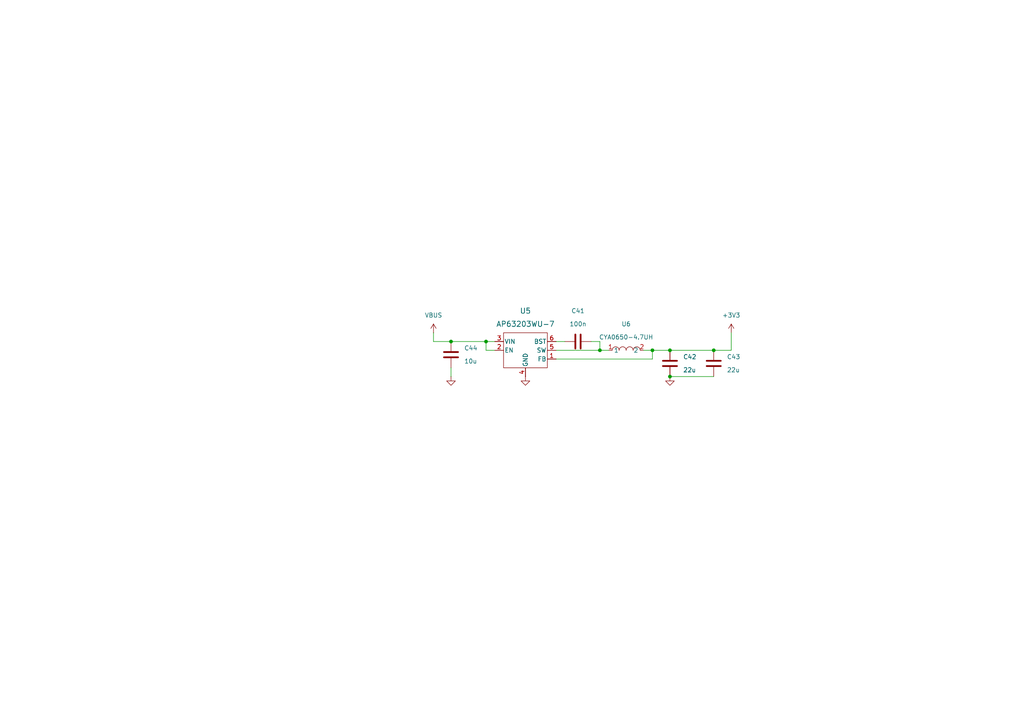
<source format=kicad_sch>
(kicad_sch (version 20250114) (generator "eeschema") (generator_version "9.0")
  (paper "A4")
  (lib_symbols
    (symbol "AP63203WU_7:AP63203WU-7" (pin_names (offset 0.254))
      (property "Reference" "U" (at 0 10.16 0))
      (property "Value" "AP63203WU-7" (at 0 7.62 0))
      (symbol "AP63203WU-7_0_1"
        (pin power_in line (at -8.89 2.54 0) (length 2.54) (name "VIN") (number "3"))
        (pin input line (at -8.89 0 0) (length 2.54) (name "EN") (number "2"))
        (pin power_out line (at 0 -7.62 90) (length 2.54) (name "GND") (number "4"))
        (pin input line (at 8.89 2.54 180) (length 2.54) (name "BST") (number "6"))
        (pin output line (at 8.89 0 180) (length 2.54) (name "SW") (number "5"))
        (pin output line (at 8.89 -2.54 180) (length 2.54) (name "FB") (number "1"))
      )
      (symbol "AP63203WU-7_1_1"
        (rectangle (start -6.35 5.08) (end 6.35 -5.08))
      )
    )
    (symbol "Device:C" (pin_numbers (hide yes)) (pin_names (offset 0.254))
      (property "Reference" "C" (at 0.635 2.54 0))
      (property "Value" "C" (at 0.635 -2.54 0))
      (symbol "C_0_1"
        (polyline (pts (xy -2.032 0.762) (xy 2.032 0.762)) (stroke (width 0.508)))
        (polyline (pts (xy -2.032 -0.762) (xy 2.032 -0.762)) (stroke (width 0.508)))
      )
      (symbol "C_1_1"
        (pin passive line (at 0 3.81 270) (length 2.794) (name "~") (number "1"))
        (pin passive line (at 0 -3.81 90) (length 2.794) (name "~") (number "2"))
      )
    )
    (symbol "easyeda2kicad:CYA0650-4.7UH"
      (property "Reference" "U" (at 0 5.08 0))
      (property "Value" "CYA0650-4.7UH" (at 0 -5.08 0))
      (symbol "CYA0650-4.7UH_0_1"
        (arc (start -4.06 -0.01) (mid -2.83 0.99) (end -2.03 0.01))
        (arc (start -2.03 -0.01) (mid -0.8 0.99) (end 0 0.01))
        (arc (start 0 -0.01) (mid 1.23 0.99) (end 2.03 0.01))
        (arc (start 2.03 -0.01) (mid 3.26 0.99) (end 4.06 0.01))
        (pin unspecified line (at -5.08 0 0) (length 1.016) (name "1") (number "1"))
        (pin unspecified line (at 5.08 0 180) (length 1.016) (name "2") (number "2"))
      )
    )
    (symbol "power:+3V3" (power) (pin_numbers (hide yes)) (pin_names (offset 0) (hide yes))
      (property "Value" "+3V3" (at 0 3.556 0))
      (symbol "+3V3_0_1"
        (polyline (pts (xy -0.762 1.27) (xy 0 2.54)))
        (polyline (pts (xy 0 2.54) (xy 0.762 1.27)))
        (polyline (pts (xy 0 0) (xy 0 2.54)))
      )
      (symbol "+3V3_1_1"
        (pin power_in line (at 0 0 90) (length 0) (name "~") (number "1"))
      )
    )
    (symbol "power:GND" (power) (pin_numbers (hide yes)) (pin_names (offset 0) (hide yes))
      (property "Value" "GND" (at 0 -3.81 0))
      (symbol "GND_0_1"
        (polyline (pts (xy 0 0) (xy 0 -1.27) (xy 1.27 -1.27) (xy 0 -2.54) (xy -1.27 -1.27) (xy 0 -1.27)))
      )
      (symbol "GND_1_1"
        (pin power_in line (at 0 0 270) (length 0) (name "~") (number "1"))
      )
    )
    (symbol "power:VBUS" (power) (pin_numbers (hide yes)) (pin_names (offset 0) (hide yes))
      (property "Value" "VBUS" (at 0 3.556 0))
      (symbol "VBUS_0_1"
        (polyline (pts (xy -0.762 1.27) (xy 0 2.54)))
        (polyline (pts (xy 0 2.54) (xy 0.762 1.27)))
        (polyline (pts (xy 0 0) (xy 0 2.54)))
      )
      (symbol "VBUS_1_1"
        (pin power_in line (at 0 0 90) (length 0) (name "~") (number "1"))
      )
    )
  )
  (junction (at 173.99 101.6))
  (junction (at 189.23 101.6))
  (junction (at 194.31 101.6))
  (junction (at 140.97 99.06))
  (junction (at 130.81 99.06))
  (junction (at 207.01 101.6))
  (junction (at 194.31 109.22))
  (wire (pts (xy 140.97 99.06) (xy 143.51 99.06)))
  (wire (pts (xy 189.23 101.6) (xy 194.31 101.6)))
  (wire (pts (xy 186.69 101.6) (xy 189.23 101.6)))
  (wire (pts (xy 130.81 99.06) (xy 140.97 99.06)))
  (wire (pts (xy 161.29 104.14) (xy 189.23 104.14)))
  (wire (pts (xy 173.99 101.6) (xy 176.53 101.6)))
  (wire (pts (xy 161.29 101.6) (xy 173.99 101.6)))
  (wire (pts (xy 194.31 101.6) (xy 207.01 101.6)))
  (wire (pts (xy 125.73 96.52) (xy 125.73 99.06)))
  (wire (pts (xy 140.97 99.06) (xy 140.97 101.6)))
  (wire (pts (xy 130.81 109.22) (xy 130.81 106.68)))
  (wire (pts (xy 212.09 96.52) (xy 212.09 101.6)))
  (wire (pts (xy 140.97 101.6) (xy 143.51 101.6)))
  (wire (pts (xy 125.73 99.06) (xy 130.81 99.06)))
  (wire (pts (xy 194.31 109.22) (xy 207.01 109.22)))
  (wire (pts (xy 173.99 99.06) (xy 173.99 101.6)))
  (wire (pts (xy 189.23 101.6) (xy 189.23 104.14)))
  (wire (pts (xy 161.29 99.06) (xy 163.83 99.06)))
  (wire (pts (xy 171.45 99.06) (xy 173.99 99.06)))
  (wire (pts (xy 207.01 101.6) (xy 212.09 101.6)))
  (symbol (lib_id "Device:C") (at 130.81 102.87 0) (unit 1)
    (property "Reference" "C44" (at 134.62 100.9649 0) (effects (justify left)))
    (property "Value" "10u" (at 134.62 104.7749 0) (effects (justify left)))
    (property "Footprint" "Capacitor_SMD:C_0603_1608Metric" (effects (hide yes)))
    (property "Description" "Unpolarized capacitor" (effects (hide yes)))
    (property "LCSC Part #" "C19702" (effects (hide yes)))
  )
  (symbol (lib_id "Device:C") (at 194.31 105.41 0) (unit 1)
    (property "Reference" "C42" (at 198.12 103.5049 0) (effects (justify left)))
    (property "Value" "22u" (at 198.12 107.3149 0) (effects (justify left)))
    (property "Footprint" "Capacitor_SMD:C_0805_2012Metric" (effects (hide yes)))
    (property "Description" "Unpolarized capacitor" (effects (hide yes)))
    (property "LCSC Part #" "C45783" (effects (hide yes)))
  )
  (symbol (lib_id "power:GND") (at 130.81 109.22 0) (unit 1)
    (property "Reference" "#PWR056" (effects (hide yes)))
    (property "Value" "GND" (effects (hide yes)))
    (property "Description" "Power symbol creates a global label with name \"GND\" , ground" (effects (hide yes)))
  )
  (symbol (lib_id "power:GND") (at 194.31 109.22 0) (unit 1)
    (property "Reference" "#PWR054" (effects (hide yes)))
    (property "Value" "GND" (effects (hide yes)))
    (property "Description" "Power symbol creates a global label with name \"GND\" , ground" (effects (hide yes)))
  )
  (symbol (lib_id "power:GND") (at 152.4 109.22 0) (unit 1)
    (property "Reference" "#PWR052" (effects (hide yes)))
    (property "Value" "GND" (effects (hide yes)))
    (property "Description" "Power symbol creates a global label with name \"GND\" , ground" (effects (hide yes)))
  )
  (symbol (lib_id "power:VBUS") (at 125.73 96.52 0) (unit 1)
    (property "Reference" "#PWR053" (effects (hide yes)))
    (property "Value" "VBUS" (at 125.73 91.44 0))
    (property "Description" "Power symbol creates a global label with name \"VBUS\"" (effects (hide yes)))
  )
  (symbol (lib_id "Device:C") (at 207.01 105.41 0) (unit 1)
    (property "Reference" "C43" (at 210.82 103.5049 0) (effects (justify left)))
    (property "Value" "22u" (at 210.82 107.3149 0) (effects (justify left)))
    (property "Footprint" "Capacitor_SMD:C_0805_2012Metric" (effects (hide yes)))
    (property "Description" "Unpolarized capacitor" (effects (hide yes)))
    (property "LCSC Part #" "C45783" (effects (hide yes)))
  )
  (symbol (lib_id "easyeda2kicad:CYA0650-4.7UH") (at 181.61 101.6 0) (unit 1)
    (property "Reference" "U6" (at 181.61 93.98 0))
    (property "Value" "CYA0650-4.7UH" (at 181.61 97.79 0))
    (property "Footprint" "easyeda2kicad:IND-SMD_L7.2-W6.6_GPSR07X0" (effects (hide yes)))
    (property "LCSC Part" "C5189754" (effects (hide yes)))
  )
  (symbol (lib_id "AP63203WU_7:AP63203WU-7") (at 152.4 101.6 0) (unit 1)
    (property "Reference" "U5" (at 152.4 90.17 0) (effects (font (size 1.524 1.524))))
    (property "Value" "AP63203WU-7" (at 152.4 93.98 0) (effects (font (size 1.524 1.524))))
    (property "Footprint" "AP63203WU-7_DIO" (effects (hide yes)))
    (property "Datasheet" "AP63203WU-7" (effects (hide yes)))
    (property "LCSC Part #" "C780769" (effects (hide yes)))
  )
  (symbol (lib_id "power:+3V3") (at 212.09 96.52 0) (unit 1)
    (property "Reference" "#PWR055" (effects (hide yes)))
    (property "Value" "+3V3" (at 212.09 91.44 0))
    (property "Description" "Power symbol creates a global label with name \"+3V3\"" (effects (hide yes)))
  )
  (symbol (lib_id "Device:C") (at 167.64 99.06 90) (unit 1)
    (property "Reference" "C41" (at 167.64 90.17 90))
    (property "Value" "100n" (at 167.64 93.98 90))
    (property "Footprint" "Capacitor_SMD:C_0402_1005Metric" (effects (hide yes)))
    (property "Description" "Unpolarized capacitor" (effects (hide yes)))
    (property "LCSC Part #" "C307331" (effects (hide yes)))
  )
)
</source>
